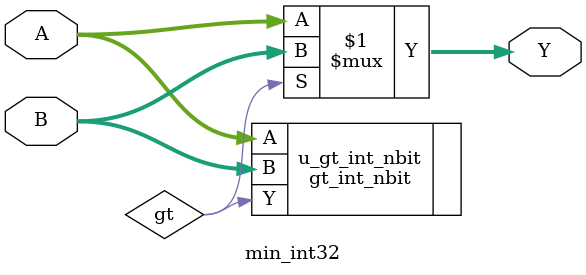
<source format=v>

module min_int32 #(
    parameter WIDTH = 32,
    parameter IMPL_TYPE = 0
)(
    input [WIDTH-1:0] A,
    input [WIDTH-1:0] B,
    output [WIDTH-1:0] Y,
);

    wire gt;
    gt_int_nbit #(
        .WIDTH(WIDTH),
        .IMPL_TYPE(IMPL_TYPE)
    ) u_gt_int_nbit (
        .A(A),
        .B(B),
        .Y(gt)
    );

    assign Y = gt ? B : A;

endmodule

</source>
